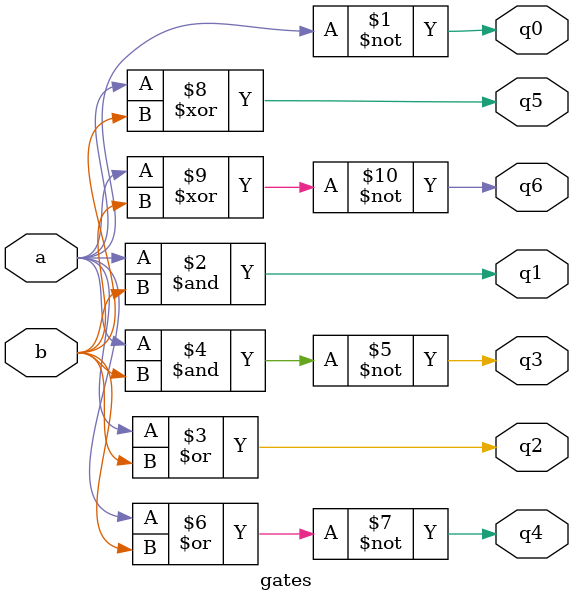
<source format=v>
`timescale 1ns / 1ps


module and_gate(
    input a, b,
    output reg q
    );

    always @(a, b) begin
        case ({a, b})  
            2'b00 : q = 0;
            2'b01 : q = 0;
            2'b10 : q = 0;
            2'b11 : q = 1; 
        endcase
    end
endmodule


// always 블록과 case문, if문을 이용한 회로동작
module and_gate_behavioral (
    input a, b,
    output reg q
    );

    always @(a or b) begin  // a, b 둘중 하나라도 값이 변경되면 블록 실행 
        if(a == 1'b1 && b == 1'b1)  // a, b가 1이면 
            q = 1'b1;   // q에 1저장
        else
            q = 1'b0;   // q에 0저장
    end
endmodule


// 실제 게이트(AND)를 이용한 회로 구조 기술
// 하드웨어의 구성요소를 직접 인스턴스화 함 
module and_gate_structual (
    input a, b,
    output q    // reg가 아닌 wire 타입임
    );

    and U1(q, a, b);    // AND 게이트 인스턴스 생성    
endmodule


// assign문 출력과 입력간의 논리를 기술
// 데이터의 흐름 중심 
module and_gate_dataflow (
    input a, b,
    output q
    );

    assign q = a & b;
endmodule


// 동작적 : 동작을 코드로 표현 -> 복잡한 로직 처리에 유리
// 구조적 : 게이트를 연결해서 회로 구조를 표현 -> 실제 회로 구조를 이해하는데 적합
// 데이터플로우 : 출력 = 입력 서술 -> 간단한 조합논리 회로에 적합 



// OR Gate
module or_gate (
    input a, b,
    output reg q
    );

    always @(a, b) begin
        case ({a, b})
            2'b00 : q = 0;
            2'b01 : q = 1; 
            2'b10 : q = 1;
            2'b11 : q = 1;
        endcase 
    end
endmodule


module or_gate_behavioral (
    input a, b,
    output reg q
    );

    always @(a or b) begin
        if(a == 1'b1 || b == 1'b1)
            q = 1'b1;
        else
            q = 1'b0;
    end
endmodule


module or_gate_structual (
    input a, b,
    output q
    );

    or U1(q, a, b);
endmodule


module or_gate_dataflow (
    input a, b,
    output q
    );

    assign q = a | b;
endmodule


module nand_gate (
    input a, b,
    output reg q
    );

    always @(a, b) begin
        case ({a, b})
            2'b00 : q = 1;
            2'b01 : q = 1;
            2'b10 : q = 1;
            2'b11 : q = 0;
        endcase
    end
endmodule


module nand_gate_behavioral (
    input a, b,
    output reg q
    );

    always @(a or b) begin  // (a, b)와 (a or b)는 같다
        if(a == 1'b1 && b == 1'b1)
            q = 1'b0;
        else   
            q = 1'b1;
    end
endmodule


module nand_gate_structual (
    input a, b,
    output q
    );

    nand U1(q, a, b);   // verilog 기본내장 nand gate 사용 
endmodule


module nand_gate_dataflow (
    input a, b,
    output q
    );

    assign q = ~(a & b);
endmodule


module nor_gate (
    input a, b,
    output reg q
    );

    always @(a, b) begin
        case ({a, b})
            2'b00 : q = 1;
            2'b01 : q = 0;
            2'b10 : q = 0;
            2'b11 : q = 0;
        endcase
    end
endmodule


module nor_gate_behavioral (
    input a, b,
    output reg q
    );

    always @(a or b) begin
        if(a == 1'b0 && b == 1'b0)
            q = 1'b1;
        else
            q = 1'b0;
    end
endmodule


module nor_gate_structual (
    input a, b,
    output q
    );

    nor U1(q, a, b);
endmodule


module nor_gate_dataflow (
    input a, b,
    output q
    );

    assign q = ~(a | b);
endmodule


module xor_gate (
    input a, b,
    output reg q
    );

    always @(a, b) begin
        case ({a, b})
            2'b00 : q = 0;
            2'b01 : q = 1;
            2'b10 : q = 1;
            2'b11 : q = 0;
        endcase
    end
endmodule


module xor_gate_behavioral (
    input a, b,
    output reg q
    );

    always @(a or b) begin
        if(a != b)
            q = 1'b1;
        else
            q = 1'b0;
    end
endmodule


module xor_gate_structual (
    input a, b,
    output q
    );
    
    xor U1(q, a, b);
endmodule


module xor_gate_dataflow (
    input a, b,
    output q
    );

    assign q = a ^ b;
    
endmodule


module xnor_gate (
    input a, b,
    output reg q
    );

    always @(a, b) begin
        case ({a, b})
            2'b00 : q = 1;
            2'b01 : q = 0;
            2'b10 : q = 0;
            2'b11 : q = 1;
        endcase
    end
endmodule


module xnor_gate_behavioral (
    input a, b,
    output reg q
    );

    always @(a or b) begin
        if(a != b)
            q = 1'b0;
        else
            q = 1'b1;
    end
endmodule


module xnor_gate_structual (
    input a, b,
    output q
    );

    xnor U1(q, a, b);
endmodule


module xnor_gate_dataflow (
    input a, b,
    output q
    );

    assign q = ~(a ^ b);
endmodule


module gates (
    input a, b,
    output q0, q1, q2, q3, q4, q5, q6
    );

    assign q0 = ~a;         // NOT
    assign q1 = a & b;      // AND
    assign q2 = a | b;      // OR
    assign q3 = ~(a & b);   // NAND
    assign q4 = ~(a | b);   // NOR
    assign q5 = a ^ b;      // XOR
    assign q6 = ~(a ^ b);   // NXOR
    
endmodule
</source>
